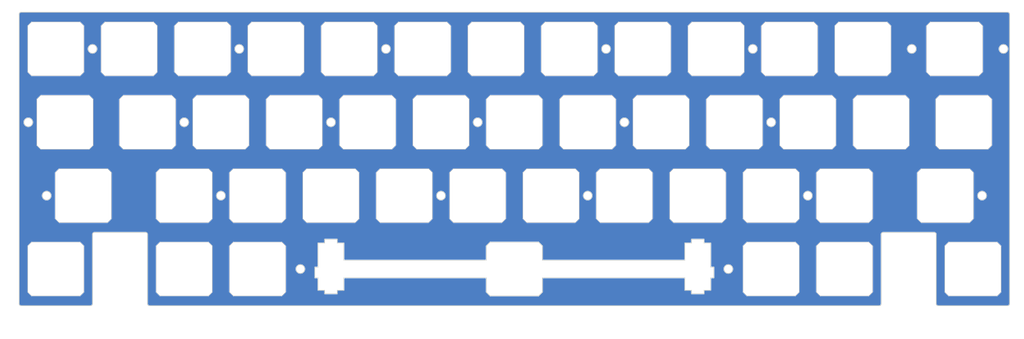
<source format=kicad_pcb>
(kicad_pcb (version 20221018) (generator pcbnew)
  (layers (0 "F.Cu" signal) (31 "B.Cu" signal) (34 "B.Paste" user) (35 "F.Paste" user) (36 "B.SilkS" user "B.Silkscreen") (37 "F.SilkS" user "F.Silkscreen") (38 "B.Mask" user) (39 "F.Mask" user) (44 "Edge.Cuts" user))
  (net 0 "")
  (net 1 "GND")
  (footprint "cipulot_parts:ecs_plate_cut_1U" (layer "F.Cu") (at 26.9875 91.28125)
    (fp_text reference "REF**")
    (fp_text value "Value " hide)
    (fp_line (start -7.3 -6) (end -7.3 6) (stroke (width 0.12)) (layer "Edge.Cuts"))
    (fp_line (start -7.3 6) (end -6.3 7) (stroke (width 0.12)) (layer "Edge.Cuts"))
    (fp_line (start -6.3 -7) (end -7.3 -6) (stroke (width 0.12)) (layer "Edge.Cuts"))
    (fp_line (start -6.3 7) (end 6.3 7) (stroke (width 0.12)) (layer "Edge.Cuts"))
    (fp_line (start 6.3 -7) (end -6.3 -7) (stroke (width 0.12)) (layer "Edge.Cuts"))
    (fp_line (start 6.3 -7) (end 7.3 -6) (stroke (width 0.12)) (layer "Edge.Cuts"))
    (fp_line (start 6.3 7) (end 7.3 6) (stroke (width 0.12)) (layer "Edge.Cuts"))
    (fp_line (start 7.3 6) (end 7.3 -6) (stroke (width 0.12)) (layer "Edge.Cuts"))
  )
  (footprint "cipulot_parts:ecs_plate_cut_1U" (layer "F.Cu") (at 136.525 72.23125)
    (fp_text reference "REF**")
    (fp_text value "Value " hide)
    (fp_line (start -7.3 -6) (end -7.3 6) (stroke (width 0.12)) (layer "Edge.Cuts"))
    (fp_line (start -7.3 6) (end -6.3 7) (stroke (width 0.12)) (layer "Edge.Cuts"))
    (fp_line (start -6.3 -7) (end -7.3 -6) (stroke (width 0.12)) (layer "Edge.Cuts"))
    (fp_line (start -6.3 7) (end 6.3 7) (stroke (width 0.12)) (layer "Edge.Cuts"))
    (fp_line (start 6.3 -7) (end -6.3 -7) (stroke (width 0.12)) (layer "Edge.Cuts"))
    (fp_line (start 6.3 -7) (end 7.3 -6) (stroke (width 0.12)) (layer "Edge.Cuts"))
    (fp_line (start 6.3 7) (end 7.3 6) (stroke (width 0.12)) (layer "Edge.Cuts"))
    (fp_line (start 7.3 6) (end 7.3 -6) (stroke (width 0.12)) (layer "Edge.Cuts"))
  )
  (footprint "cipulot_parts:ecs_plate_cut_1U" (layer "F.Cu") (at 262.73125 53.18125)
    (fp_text reference "REF**")
    (fp_text value "Value " hide)
    (fp_line (start -7.3 -6) (end -7.3 6) (stroke (width 0.12)) (layer "Edge.Cuts"))
    (fp_line (start -7.3 6) (end -6.3 7) (stroke (width 0.12)) (layer "Edge.Cuts"))
    (fp_line (start -6.3 -7) (end -7.3 -6) (stroke (width 0.12)) (layer "Edge.Cuts"))
    (fp_line (start -6.3 7) (end 6.3 7) (stroke (width 0.12)) (layer "Edge.Cuts"))
    (fp_line (start 6.3 -7) (end -6.3 -7) (stroke (width 0.12)) (layer "Edge.Cuts"))
    (fp_line (start 6.3 -7) (end 7.3 -6) (stroke (width 0.12)) (layer "Edge.Cuts"))
    (fp_line (start 6.3 7) (end 7.3 6) (stroke (width 0.12)) (layer "Edge.Cuts"))
    (fp_line (start 7.3 6) (end 7.3 -6) (stroke (width 0.12)) (layer "Edge.Cuts"))
  )
  (footprint "cipulot_parts:ecs_plate_cut_1U" (layer "F.Cu") (at 146.05 53.18125)
    (fp_text reference "REF**")
    (fp_text value "Value " hide)
    (fp_line (start -7.3 -6) (end -7.3 6) (stroke (width 0.12)) (layer "Edge.Cuts"))
    (fp_line (start -7.3 6) (end -6.3 7) (stroke (width 0.12)) (layer "Edge.Cuts"))
    (fp_line (start -6.3 -7) (end -7.3 -6) (stroke (width 0.12)) (layer "Edge.Cuts"))
    (fp_line (start -6.3 7) (end 6.3 7) (stroke (width 0.12)) (layer "Edge.Cuts"))
    (fp_line (start 6.3 -7) (end -6.3 -7) (stroke (width 0.12)) (layer "Edge.Cuts"))
    (fp_line (start 6.3 -7) (end 7.3 -6) (stroke (width 0.12)) (layer "Edge.Cuts"))
    (fp_line (start 6.3 7) (end 7.3 6) (stroke (width 0.12)) (layer "Edge.Cuts"))
    (fp_line (start 7.3 6) (end 7.3 -6) (stroke (width 0.12)) (layer "Edge.Cuts"))
  )
  (footprint "cipulot_parts:ecs_plate_cut_1U" (layer "F.Cu") (at 46.0375 34.13125)
    (fp_text reference "REF**")
    (fp_text value "Value " hide)
    (fp_line (start -7.3 -6) (end -7.3 6) (stroke (width 0.12)) (layer "Edge.Cuts"))
    (fp_line (start -7.3 6) (end -6.3 7) (stroke (width 0.12)) (layer "Edge.Cuts"))
    (fp_line (start -6.3 -7) (end -7.3 -6) (stroke (width 0.12)) (layer "Edge.Cuts"))
    (fp_line (start -6.3 7) (end 6.3 7) (stroke (width 0.12)) (layer "Edge.Cuts"))
    (fp_line (start 6.3 -7) (end -6.3 -7) (stroke (width 0.12)) (layer "Edge.Cuts"))
    (fp_line (start 6.3 -7) (end 7.3 -6) (stroke (width 0.12)) (layer "Edge.Cuts"))
    (fp_line (start 6.3 7) (end 7.3 6) (stroke (width 0.12)) (layer "Edge.Cuts"))
    (fp_line (start 7.3 6) (end 7.3 -6) (stroke (width 0.12)) (layer "Edge.Cuts"))
  )
  (footprint "cipulot_parts:ecs_plate_cut_1U" (layer "F.Cu") (at 231.775 91.28125)
    (fp_text reference "REF**")
    (fp_text value "Value " hide)
    (fp_line (start -7.3 -6) (end -7.3 6) (stroke (width 0.12)) (layer "Edge.Cuts"))
    (fp_line (start -7.3 6) (end -6.3 7) (stroke (width 0.12)) (layer "Edge.Cuts"))
    (fp_line (start -6.3 -7) (end -7.3 -6) (stroke (width 0.12)) (layer "Edge.Cuts"))
    (fp_line (start -6.3 7) (end 6.3 7) (stroke (width 0.12)) (layer "Edge.Cuts"))
    (fp_line (start 6.3 -7) (end -6.3 -7) (stroke (width 0.12)) (layer "Edge.Cuts"))
    (fp_line (start 6.3 -7) (end 7.3 -6) (stroke (width 0.12)) (layer "Edge.Cuts"))
    (fp_line (start 6.3 7) (end 7.3 6) (stroke (width 0.12)) (layer "Edge.Cuts"))
    (fp_line (start 7.3 6) (end 7.3 -6) (stroke (width 0.12)) (layer "Edge.Cuts"))
  )
  (footprint "cipulot_parts:ecs_plate_cut_1U" (layer "F.Cu") (at 79.375 72.23125)
    (fp_text reference "REF**")
    (fp_text value "Value " hide)
    (fp_line (start -7.3 -6) (end -7.3 6) (stroke (width 0.12)) (layer "Edge.Cuts"))
    (fp_line (start -7.3 6) (end -6.3 7) (stroke (width 0.12)) (layer "Edge.Cuts"))
    (fp_line (start -6.3 -7) (end -7.3 -6) (stroke (width 0.12)) (layer "Edge.Cuts"))
    (fp_line (start -6.3 7) (end 6.3 7) (stroke (width 0.12)) (layer "Edge.Cuts"))
    (fp_line (start 6.3 -7) (end -6.3 -7) (stroke (width 0.12)) (layer "Edge.Cuts"))
    (fp_line (start 6.3 -7) (end 7.3 -6) (stroke (width 0.12)) (layer "Edge.Cuts"))
    (fp_line (start 6.3 7) (end 7.3 6) (stroke (width 0.12)) (layer "Edge.Cuts"))
    (fp_line (start 7.3 6) (end 7.3 -6) (stroke (width 0.12)) (layer "Edge.Cuts"))
  )
  (footprint "cipulot_parts:ecs_plate_cut_1U" (layer "F.Cu") (at 88.9 53.18125)
    (fp_text reference "REF**")
    (fp_text value "Value " hide)
    (fp_line (start -7.3 -6) (end -7.3 6) (stroke (width 0.12)) (layer "Edge.Cuts"))
    (fp_line (start -7.3 6) (end -6.3 7) (stroke (width 0.12)) (layer "Edge.Cuts"))
    (fp_line (start -6.3 -7) (end -7.3 -6) (stroke (width 0.12)) (layer "Edge.Cuts"))
    (fp_line (start -6.3 7) (end 6.3 7) (stroke (width 0.12)) (layer "Edge.Cuts"))
    (fp_line (start 6.3 -7) (end -6.3 -7) (stroke (width 0.12)) (layer "Edge.Cuts"))
    (fp_line (start 6.3 -7) (end 7.3 -6) (stroke (width 0.12)) (layer "Edge.Cuts"))
    (fp_line (start 6.3 7) (end 7.3 6) (stroke (width 0.12)) (layer "Edge.Cuts"))
    (fp_line (start 7.3 6) (end 7.3 -6) (stroke (width 0.12)) (layer "Edge.Cuts"))
  )
  (footprint "cipulot_parts:ecs_plate_cut_1U" (layer "F.Cu") (at 260.35 34.13125)
    (fp_text reference "REF**")
    (fp_text value "Value " hide)
    (fp_line (start -7.3 -6) (end -7.3 6) (stroke (width 0.12)) (layer "Edge.Cuts"))
    (fp_line (start -7.3 6) (end -6.3 7) (stroke (width 0.12)) (layer "Edge.Cuts"))
    (fp_line (start -6.3 -7) (end -7.3 -6) (stroke (width 0.12)) (layer "Edge.Cuts"))
    (fp_line (start -6.3 7) (end 6.3 7) (stroke (width 0.12)) (layer "Edge.Cuts"))
    (fp_line (start 6.3 -7) (end -6.3 -7) (stroke (width 0.12)) (layer "Edge.Cuts"))
    (fp_line (start 6.3 -7) (end 7.3 -6) (stroke (width 0.12)) (layer "Edge.Cuts"))
    (fp_line (start 6.3 7) (end 7.3 6) (stroke (width 0.12)) (layer "Edge.Cuts"))
    (fp_line (start 7.3 6) (end 7.3 -6) (stroke (width 0.12)) (layer "Edge.Cuts"))
  )
  (footprint "cipulot_parts:ecs_plate_cut_1U" (layer "F.Cu") (at 127 53.18125)
    (fp_text reference "REF**")
    (fp_text value "Value " hide)
    (fp_line (start -7.3 -6) (end -7.3 6) (stroke (width 0.12)) (layer "Edge.Cuts"))
    (fp_line (start -7.3 6) (end -6.3 7) (stroke (width 0.12)) (layer "Edge.Cuts"))
    (fp_line (start -6.3 -7) (end -7.3 -6) (stroke (width 0.12)) (layer "Edge.Cuts"))
    (fp_line (start -6.3 7) (end 6.3 7) (stroke (width 0.12)) (layer "Edge.Cuts"))
    (fp_line (start 6.3 -7) (end -6.3 -7) (stroke (width 0.12)) (layer "Edge.Cuts"))
    (fp_line (start 6.3 -7) (end 7.3 -6) (stroke (width 0.12)) (layer "Edge.Cuts"))
    (fp_line (start 6.3 7) (end 7.3 6) (stroke (width 0.12)) (layer "Edge.Cuts"))
    (fp_line (start 7.3 6) (end 7.3 -6) (stroke (width 0.12)) (layer "Edge.Cuts"))
  )
  (footprint "cipulot_parts:ecs_plate_cut_1U" (layer "F.Cu") (at 198.4375 34.13125)
    (fp_text reference "REF**")
    (fp_text value "Value " hide)
    (fp_line (start -7.3 -6) (end -7.3 6) (stroke (width 0.12)) (layer "Edge.Cuts"))
    (fp_line (start -7.3 6) (end -6.3 7) (stroke (width 0.12)) (layer "Edge.Cuts"))
    (fp_line (start -6.3 -7) (end -7.3 -6) (stroke (width 0.12)) (layer "Edge.Cuts"))
    (fp_line (start -6.3 7) (end 6.3 7) (stroke (width 0.12)) (layer "Edge.Cuts"))
    (fp_line (start 6.3 -7) (end -6.3 -7) (stroke (width 0.12)) (layer "Edge.Cuts"))
    (fp_line (start 6.3 -7) (end 7.3 -6) (stroke (width 0.12)) (layer "Edge.Cuts"))
    (fp_line (start 6.3 7) (end 7.3 6) (stroke (width 0.12)) (layer "Edge.Cuts"))
    (fp_line (start 7.3 6) (end 7.3 -6) (stroke (width 0.12)) (layer "Edge.Cuts"))
  )
  (footprint "cipulot_parts:ecs_plate_cut_1U" (layer "F.Cu") (at 203.2 53.18125)
    (fp_text reference "REF**")
    (fp_text value "Value " hide)
    (fp_line (start -7.3 -6) (end -7.3 6) (stroke (width 0.12)) (layer "Edge.Cuts"))
    (fp_line (start -7.3 6) (end -6.3 7) (stroke (width 0.12)) (layer "Edge.Cuts"))
    (fp_line (start -6.3 -7) (end -7.3 -6) (stroke (width 0.12)) (layer "Edge.Cuts"))
    (fp_line (start -6.3 7) (end 6.3 7) (stroke (width 0.12)) (layer "Edge.Cuts"))
    (fp_line (start 6.3 -7) (end -6.3 -7) (stroke (width 0.12)) (layer "Edge.Cuts"))
    (fp_line (start 6.3 -7) (end 7.3 -6) (stroke (width 0.12)) (layer "Edge.Cuts"))
    (fp_line (start 6.3 7) (end 7.3 6) (stroke (width 0.12)) (layer "Edge.Cuts"))
    (fp_line (start 7.3 6) (end 7.3 -6) (stroke (width 0.12)) (layer "Edge.Cuts"))
  )
  (footprint "cipulot_parts:ecs_plate_cut_1U" (layer "F.Cu") (at 165.1 53.18125)
    (fp_text reference "REF**")
    (fp_text value "Value " hide)
    (fp_line (start -7.3 -6) (end -7.3 6) (stroke (width 0.12)) (layer "Edge.Cuts"))
    (fp_line (start -7.3 6) (end -6.3 7) (stroke (width 0.12)) (layer "Edge.Cuts"))
    (fp_line (start -6.3 -7) (end -7.3 -6) (stroke (width 0.12)) (layer "Edge.Cuts"))
    (fp_line (start -6.3 7) (end 6.3 7) (stroke (width 0.12)) (layer "Edge.Cuts"))
    (fp_line (start 6.3 -7) (end -6.3 -7) (stroke (width 0.12)) (layer "Edge.Cuts"))
    (fp_line (start 6.3 -7) (end 7.3 -6) (stroke (width 0.12)) (layer "Edge.Cuts"))
    (fp_line (start 6.3 7) (end 7.3 6) (stroke (width 0.12)) (layer "Edge.Cuts"))
    (fp_line (start 7.3 6) (end 7.3 -6) (stroke (width 0.12)) (layer "Edge.Cuts"))
  )
  (footprint "cipulot_parts:ecs_plate_cut_1U" (layer "F.Cu") (at 217.4875 34.13125)
    (fp_text reference "REF**")
    (fp_text value "Value " hide)
    (fp_line (start -7.3 -6) (end -7.3 6) (stroke (width 0.12)) (layer "Edge.Cuts"))
    (fp_line (start -7.3 6) (end -6.3 7) (stroke (width 0.12)) (layer "Edge.Cuts"))
    (fp_line (start -6.3 -7) (end -7.3 -6) (stroke (width 0.12)) (layer "Edge.Cuts"))
    (fp_line (start -6.3 7) (end 6.3 7) (stroke (width 0.12)) (layer "Edge.Cuts"))
    (fp_line (start 6.3 -7) (end -6.3 -7) (stroke (width 0.12)) (layer "Edge.Cuts"))
    (fp_line (start 6.3 -7) (end 7.3 -6) (stroke (width 0.12)) (layer "Edge.Cuts"))
    (fp_line (start 6.3 7) (end 7.3 6) (stroke (width 0.12)) (layer "Edge.Cuts"))
    (fp_line (start 7.3 6) (end 7.3 -6) (stroke (width 0.12)) (layer "Edge.Cuts"))
  )
  (footprint "cipulot_parts:ecs_plate_cut_1U" (layer "F.Cu") (at 117.475 72.23125)
    (fp_text reference "REF**")
    (fp_text value "Value " hide)
    (fp_line (start -7.3 -6) (end -7.3 6) (stroke (width 0.12)) (layer "Edge.Cuts"))
    (fp_line (start -7.3 6) (end -6.3 7) (stroke (width 0.12)) (layer "Edge.Cuts"))
    (fp_line (start -6.3 -7) (end -7.3 -6) (stroke (width 0.12)) (layer "Edge.Cuts"))
    (fp_line (start -6.3 7) (end 6.3 7) (stroke (width 0.12)) (layer "Edge.Cuts"))
    (fp_line (start 6.3 -7) (end -6.3 -7) (stroke (width 0.12)) (layer "Edge.Cuts"))
    (fp_line (start 6.3 -7) (end 7.3 -6) (stroke (width 0.12)) (layer "Edge.Cuts"))
    (fp_line (start 6.3 7) (end 7.3 6) (stroke (width 0.12)) (layer "Edge.Cuts"))
    (fp_line (start 7.3 6) (end 7.3 -6) (stroke (width 0.12)) (layer "Edge.Cuts"))
  )
  (footprint "cipulot_parts:ecs_plate_cut_1U" (layer "F.Cu") (at 84.137501 34.13125)
    (fp_text reference "REF**")
    (fp_text value "Value " hide)
    (fp_line (start -7.3 -6) (end -7.3 6) (stroke (width 0.12)) (layer "Edge.Cuts"))
    (fp_line (start -7.3 6) (end -6.3 7) (stroke (width 0.12)) (layer "Edge.Cuts"))
    (fp_line (start -6.3 -7) (end -7.3 -6) (stroke (width 0.12)) (layer "Edge.Cuts"))
    (fp_line (start -6.3 7) (end 6.3 7) (stroke (width 0.12)) (layer "Edge.Cuts"))
    (fp_line (start 6.3 -7) (end -6.3 -7) (stroke (width 0.12)) (layer "Edge.Cuts"))
    (fp_line (start 6.3 -7) (end 7.3 -6) (stroke (width 0.12)) (layer "Edge.Cuts"))
    (fp_line (start 6.3 7) (end 7.3 6) (stroke (width 0.12)) (layer "Edge.Cuts"))
    (fp_line (start 7.3 6) (end 7.3 -6) (stroke (width 0.12)) (layer "Edge.Cuts"))
  )
  (footprint "cipulot_parts:ecs_plate_cut_1U" (layer "F.Cu") (at 34.13125 72.23125)
    (fp_text reference "REF**")
    (fp_text value "Value " hide)
    (fp_line (start -7.3 -6) (end -7.3 6) (stroke (width 0.12)) (layer "Edge.Cuts"))
    (fp_line (start -7.3 6) (end -6.3 7) (stroke (width 0.12)) (layer "Edge.Cuts"))
    (fp_line (start -6.3 -7) (end -7.3 -6) (stroke (width 0.12)) (layer "Edge.Cuts"))
    (fp_line (start -6.3 7) (end 6.3 7) (stroke (width 0.12)) (layer "Edge.Cuts"))
    (fp_line (start 6.3 -7) (end -6.3 -7) (stroke (width 0.12)) (layer "Edge.Cuts"))
    (fp_line (start 6.3 -7) (end 7.3 -6) (stroke (width 0.12)) (layer "Edge.Cuts"))
    (fp_line (start 6.3 7) (end 7.3 6) (stroke (width 0.12)) (layer "Edge.Cuts"))
    (fp_line (start 7.3 6) (end 7.3 -6) (stroke (width 0.12)) (layer "Edge.Cuts"))
  )
  (footprint "cipulot_parts:ecs_plate_cut_1U" (layer "F.Cu") (at 155.575 72.23125)
    (fp_text reference "REF**")
    (fp_text value "Value " hide)
    (fp_line (start -7.3 -6) (end -7.3 6) (stroke (width 0.12)) (layer "Edge.Cuts"))
    (fp_line (start -7.3 6) (end -6.3 7) (stroke (width 0.12)) (layer "Edge.Cuts"))
    (fp_line (start -6.3 -7) (end -7.3 -6) (stroke (width 0.12)) (layer "Edge.Cuts"))
    (fp_line (start -6.3 7) (end 6.3 7) (stroke (width 0.12)) (layer "Edge.Cuts"))
    (fp_line (start 6.3 -7) (end -6.3 -7) (stroke (width 0.12)) (layer "Edge.Cuts"))
    (fp_line (start 6.3 -7) (end 7.3 -6) (stroke (width 0.12)) (layer "Edge.Cuts"))
    (fp_line (start 6.3 7) (end 7.3 6) (stroke (width 0.12)) (layer "Edge.Cuts"))
    (fp_line (start 7.3 6) (end 7.3 -6) (stroke (width 0.12)) (layer "Edge.Cuts"))
  )
  (footprint "cipulot_parts:ecs_plate_cut_1U" (layer "F.Cu") (at 60.325 72.23125)
    (fp_text reference "REF**")
    (fp_text value "Value " hide)
    (fp_line (start -7.3 -6) (end -7.3 6) (stroke (width 0.12)) (layer "Edge.Cuts"))
    (fp_line (start -7.3 6) (end -6.3 7) (stroke (width 0.12)) (layer "Edge.Cuts"))
    (fp_line (start -6.3 -7) (end -7.3 -6) (stroke (width 0.12)) (layer "Edge.Cuts"))
    (fp_line (start -6.3 7) (end 6.3 7) (stroke (width 0.12)) (layer "Edge.Cuts"))
    (fp_line (start 6.3 -7) (end -6.3 -7) (stroke (width 0.12)) (layer "Edge.Cuts"))
    (fp_line (start 6.3 -7) (end 7.3 -6) (stroke (width 0.12)) (layer "Edge.Cuts"))
    (fp_line (start 6.3 7) (end 7.3 6) (stroke (width 0.12)) (layer "Edge.Cuts"))
    (fp_line (start 7.3 6) (end 7.3 -6) (stroke (width 0.12)) (layer "Edge.Cuts"))
  )
  (footprint "cipulot_parts:ecs_plate_cut_1U" (layer "F.Cu") (at 50.8 53.18125)
    (fp_text reference "REF**")
    (fp_text value "Value " hide)
    (fp_line (start -7.3 -6) (end -7.3 6) (stroke (width 0.12)) (layer "Edge.Cuts"))
    (fp_line (start -7.3 6) (end -6.3 7) (stroke (width 0.12)) (layer "Edge.Cuts"))
    (fp_line (start -6.3 -7) (end -7.3 -6) (stroke (width 0.12)) (layer "Edge.Cuts"))
    (fp_line (start -6.3 7) (end 6.3 7) (stroke (width 0.12)) (layer "Edge.Cuts"))
    (fp_line (start 6.3 -7) (end -6.3 -7) (stroke (width 0.12)) (layer "Edge.Cuts"))
    (fp_line (start 6.3 -7) (end 7.3 -6) (stroke (width 0.12)) (layer "Edge.Cuts"))
    (fp_line (start 6.3 7) (end 7.3 6) (stroke (width 0.12)) (layer "Edge.Cuts"))
    (fp_line (start 7.3 6) (end 7.3 -6) (stroke (width 0.12)) (layer "Edge.Cuts"))
  )
  (footprint "cipulot_parts:ecs_plate_cut_1U" (layer "F.Cu") (at 107.95 53.18125)
    (fp_text reference "REF**")
    (fp_text value "Value " hide)
    (fp_line (start -7.3 -6) (end -7.3 6) (stroke (width 0.12)) (layer "Edge.Cuts"))
    (fp_line (start -7.3 6) (end -6.3 7) (stroke (width 0.12)) (layer "Edge.Cuts"))
    (fp_line (start -6.3 -7) (end -7.3 -6) (stroke (width 0.12)) (layer "Edge.Cuts"))
    (fp_line (start -6.3 7) (end 6.3 7) (stroke (width 0.12)) (layer "Edge.Cuts"))
    (fp_line (start 6.3 -7) (end -6.3 -7) (stroke (width 0.12)) (layer "Edge.Cuts"))
    (fp_line (start 6.3 -7) (end 7.3 -6) (stroke (width 0.12)) (layer "Edge.Cuts"))
    (fp_line (start 6.3 7) (end 7.3 6) (stroke (width 0.12)) (layer "Edge.Cuts"))
    (fp_line (start 7.3 6) (end 7.3 -6) (stroke (width 0.12)) (layer "Edge.Cuts"))
  )
  (footprint "cipulot_parts:ecs_plate_cut_1U" (layer "F.Cu") (at 65.0875 34.13125)
    (fp_text reference "REF**")
    (fp_text value "Value " hide)
    (fp_line (start -7.3 -6) (end -7.3 6) (stroke (width 0.12)) (layer "Edge.Cuts"))
    (fp_line (start -7.3 6) (end -6.3 7) (stroke (width 0.12)) (layer "Edge.Cuts"))
    (fp_line (start -6.3 -7) (end -7.3 -6) (stroke (width 0.12)) (layer "Edge.Cuts"))
    (fp_line (start -6.3 7) (end 6.3 7) (stroke (width 0.12)) (layer "Edge.Cuts"))
    (fp_line (start 6.3 -7) (end -6.3 -7) (stroke (width 0.12)) (layer "Edge.Cuts"))
    (fp_line (start 6.3 -7) (end 7.3 -6) (stroke (width 0.12)) (layer "Edge.Cuts"))
    (fp_line (start 6.3 7) (end 7.3 6) (stroke (width 0.12)) (layer "Edge.Cuts"))
    (fp_line (start 7.3 6) (end 7.3 -6) (stroke (width 0.12)) (layer "Edge.Cuts"))
  )
  (footprint "cipulot_parts:ecs_plate_cut_1U" (layer "F.Cu") (at 141.2875 34.13125)
    (fp_text reference "REF**")
    (fp_text value "Value " hide)
    (fp_line (start -7.3 -6) (end -7.3 6) (stroke (width 0.12)) (layer "Edge.Cuts"))
    (fp_line (start -7.3 6) (end -6.3 7) (stroke (width 0.12)) (layer "Edge.Cuts"))
    (fp_line (start -6.3 -7) (end -7.3 -6) (stroke (width 0.12)) (layer "Edge.Cuts"))
    (fp_line (start -6.3 7) (end 6.3 7) (stroke (width 0.12)) (layer "Edge.Cuts"))
    (fp_line (start 6.3 -7) (end -6.3 -7) (stroke (width 0.12)) (layer "Edge.Cuts"))
    (fp_line (start 6.3 -7) (end 7.3 -6) (stroke (width 0.12)) (layer "Edge.Cuts"))
    (fp_line (start 6.3 7) (end 7.3 6) (stroke (width 0.12)) (layer "Edge.Cuts"))
    (fp_line (start 7.3 6) (end 7.3 -6) (stroke (width 0.12)) (layer "Edge.Cuts"))
  )
  (footprint "cipulot_parts:ecs_plate_cut_1U" (layer "F.Cu") (at 29.36875 53.18125)
    (fp_text reference "REF**")
    (fp_text value "Value " hide)
    (fp_line (start -7.3 -6) (end -7.3 6) (stroke (width 0.12)) (layer "Edge.Cuts"))
    (fp_line (start -7.3 6) (end -6.3 7) (stroke (width 0.12)) (layer "Edge.Cuts"))
    (fp_line (start -6.3 -7) (end -7.3 -6) (stroke (width 0.12)) (layer "Edge.Cuts"))
    (fp_line (start -6.3 7) (end 6.3 7) (stroke (width 0.12)) (layer "Edge.Cuts"))
    (fp_line (start 6.3 -7) (end -6.3 -7) (stroke (width 0.12)) (layer "Edge.Cuts"))
    (fp_line (start 6.3 -7) (end 7.3 -6) (stroke (width 0.12)) (layer "Edge.Cuts"))
    (fp_line (start 6.3 7) (end 7.3 6) (stroke (width 0.12)) (layer "Edge.Cuts"))
    (fp_line (start 7.3 6) (end 7.3 -6) (stroke (width 0.12)) (layer "Edge.Cuts"))
  )
  (footprint "cipulot_parts:ecs_plate_cut_1U" (layer "F.Cu") (at 160.3375 34.13125)
    (fp_text reference "REF**")
    (fp_text value "Value " hide)
    (fp_line (start -7.3 -6) (end -7.3 6) (stroke (width 0.12)) (layer "Edge.Cuts"))
    (fp_line (start -7.3 6) (end -6.3 7) (stroke (width 0.12)) (layer "Edge.Cuts"))
    (fp_line (start -6.3 -7) (end -7.3 -6) (stroke (width 0.12)) (layer "Edge.Cuts"))
    (fp_line (start -6.3 7) (end 6.3 7) (stroke (width 0.12)) (layer "Edge.Cuts"))
    (fp_line (start 6.3 -7) (end -6.3 -7) (stroke (width 0.12)) (layer "Edge.Cuts"))
    (fp_line (start 6.3 -7) (end 7.3 -6) (stroke (width 0.12)) (layer "Edge.Cuts"))
    (fp_line (start 6.3 7) (end 7.3 6) (stroke (width 0.12)) (layer "Edge.Cuts"))
    (fp_line (start 7.3 6) (end 7.3 -6) (stroke (width 0.12)) (layer "Edge.Cuts"))
  )
  (footprint "cipulot_parts:ecs_plate_cut_1U" (layer "F.Cu") (at 79.375 91.28125)
    (fp_text reference "REF**")
    (fp_text value "Value " hide)
    (fp_line (start -7.3 -6) (end -7.3 6) (stroke (width 0.12)) (layer "Edge.Cuts"))
    (fp_line (start -7.3 6) (end -6.3 7) (stroke (width 0.12)) (layer "Edge.Cuts"))
    (fp_line (start -6.3 -7) (end -7.3 -6) (stroke (width 0.12)) (layer "Edge.Cuts"))
    (fp_line (start -6.3 7) (end 6.3 7) (stroke (width 0.12)) (layer "Edge.Cuts"))
    (fp_line (start 6.3 -7) (end -6.3 -7) (stroke (width 0.12)) (layer "Edge.Cuts"))
    (fp_line (start 6.3 -7) (end 7.3 -6) (stroke (width 0.12)) (layer "Edge.Cuts"))
    (fp_line (start 6.3 7) (end 7.3 6) (stroke (width 0.12)) (layer "Edge.Cuts"))
    (fp_line (start 7.3 6) (end 7.3 -6) (stroke (width 0.12)) (layer "Edge.Cuts"))
  )
  (footprint "cipulot_parts:ecs_plate_cut_1U" (layer "F.Cu") (at 122.2375 34.13125)
    (fp_text reference "REF**")
    (fp_text value "Value " hide)
    (fp_line (start -7.3 -6) (end -7.3 6) (stroke (width 0.12)) (layer "Edge.Cuts"))
    (fp_line (start -7.3 6) (end -6.3 7) (stroke (width 0.12)) (layer "Edge.Cuts"))
    (fp_line (start -6.3 -7) (end -7.3 -6) (stroke (width 0.12)) (layer "Edge.Cuts"))
    (fp_line (start -6.3 7) (end 6.3 7) (stroke (width 0.12)) (layer "Edge.Cuts"))
    (fp_line (start 6.3 -7) (end -6.3 -7) (stroke (width 0.12)) (layer "Edge.Cuts"))
    (fp_line (start 6.3 -7) (end 7.3 -6) (stroke (width 0.12)) (layer "Edge.Cuts"))
    (fp_line (start 6.3 7) (end 7.3 6) (stroke (width 0.12)) (layer "Edge.Cuts"))
    (fp_line (start 7.3 6) (end 7.3 -6) (stroke (width 0.12)) (layer "Edge.Cuts"))
  )
  (footprint "cipulot_parts:ecs_plate_cut_1U" (layer "F.Cu") (at 212.725 72.23125)
    (fp_text reference "REF**")
    (fp_text value "Value " hide)
    (fp_line (start -7.3 -6) (end -7.3 6) (stroke (width 0.12)) (layer "Edge.Cuts"))
    (fp_line (start -7.3 6) (end -6.3 7) (stroke (width 0.12)) (layer "Edge.Cuts"))
    (fp_line (start -6.3 -7) (end -7.3 -6) (stroke (width 0.12)) (layer "Edge.Cuts"))
    (fp_line (start -6.3 7) (end 6.3 7) (stroke (width 0.12)) (layer "Edge.Cuts"))
    (fp_line (start 6.3 -7) (end -6.3 -7) (stroke (width 0.12)) (layer "Edge.Cuts"))
    (fp_line (start 6.3 -7) (end 7.3 -6) (stroke (width 0.12)) (layer "Edge.Cuts"))
    (fp_line (start 6.3 7) (end 7.3 6) (stroke (width 0.12)) (layer "Edge.Cuts"))
    (fp_line (start 7.3 6) (end 7.3 -6) (stroke (width 0.12)) (layer "Edge.Cuts"))
  )
  (footprint "cipulot_parts:ecs_plate_cut_1U" (layer "F.Cu") (at 257.96875 72.23125)
    (fp_text reference "REF**")
    (fp_text value "Value " hide)
    (fp_line (start -7.3 -6) (end -7.3 6) (stroke (width 0.12)) (layer "Edge.Cuts"))
    (fp_line (start -7.3 6) (end -6.3 7) (stroke (width 0.12)) (layer "Edge.Cuts"))
    (fp_line (start -6.3 -7) (end -7.3 -6) (stroke (width 0.12)) (layer "Edge.Cuts"))
    (fp_line (start -6.3 7) (end 6.3 7) (stroke (width 0.12)) (layer "Edge.Cuts"))
    (fp_line (start 6.3 -7) (end -6.3 -7) (stroke (width 0.12)) (layer "Edge.Cuts"))
    (fp_line (start 6.3 -7) (end 7.3 -6) (stroke (width 0.12)) (layer "Edge.Cuts"))
    (fp_line (start 6.3 7) (end 7.3 6) (stroke (width 0.12)) (layer "Edge.Cuts"))
    (fp_line (start 7.3 6) (end 7.3 -6) (stroke (width 0.12)) (layer "Edge.Cuts"))
  )
  (footprint "cipulot_parts:ecs_plate_cut_1U" (layer "F.Cu") (at 69.85 53.18125)
    (fp_text reference "REF**")
    (fp_text value "Value " hide)
    (fp_line (start -7.3 -6) (end -7.3 6) (stroke (width 0.12)) (layer "Edge.Cuts"))
    (fp_line (start -7.3 6) (end -6.3 7) (stroke (width 0.12)) (layer "Edge.Cuts"))
    (fp_line (start -6.3 -7) (end -7.3 -6) (stroke (width 0.12)) (layer "Edge.Cuts"))
    (fp_line (start -6.3 7) (end 6.3 7) (stroke (width 0.12)) (layer "Edge.Cuts"))
    (fp_line (start 6.3 -7) (end -6.3 -7) (stroke (width 0.12)) (layer "Edge.Cuts"))
    (fp_line (start 6.3 -7) (end 7.3 -6) (stroke (width 0.12)) (layer "Edge.Cuts"))
    (fp_line (start 6.3 7) (end 7.3 6) (stroke (width 0.12)) (layer "Edge.Cuts"))
    (fp_line (start 7.3 6) (end 7.3 -6) (stroke (width 0.12)) (layer "Edge.Cuts"))
  )
  (footprint "cipulot_parts:ecs_plate_cut_1U" (layer "F.Cu") (at 212.725 91.28125)
    (fp_text reference "REF**")
    (fp_text value "Value " hide)
    (fp_line (start -7.3 -6) (end -7.3 6) (stroke (width 0.12)) (layer "Edge.Cuts"))
    (fp_line (start -7.3 6) (end -6.3 7) (stroke (width 0.12)) (layer "Edge.Cuts"))
    (fp_line (start -6.3 -7) (end -7.3 -6) (stroke (width 0.12)) (layer "Edge.Cuts"))
    (fp_line (start -6.3 7) (end 6.3 7) (stroke (width 0.12)) (layer "Edge.Cuts"))
    (fp_line (start 6.3 -7) (end -6.3 -7) (stroke (width 0.12)) (layer "Edge.Cuts"))
    (fp_line (start 6.3 -7) (end 7.3 -6) (stroke (width 0.12)) (layer "Edge.Cuts"))
    (fp_line (start 6.3 7) (end 7.3 6) (stroke (width 0.12)) (layer "Edge.Cuts"))
    (fp_line (start 7.3 6) (end 7.3 -6) (stroke (width 0.12)) (layer "Edge.Cuts"))
  )
  (footprint "cipulot_parts:ecs_plate_cut_1U" (layer "F.Cu") (at 231.775 72.23125)
    (fp_text reference "REF**")
    (fp_text value "Value " hide)
    (fp_line (start -7.3 -6) (end -7.3 6) (stroke (width 0.12)) (layer "Edge.Cuts"))
    (fp_line (start -7.3 6) (end -6.3 7) (stroke (width 0.12)) (layer "Edge.Cuts"))
    (fp_line (start -6.3 -7) (end -7.3 -6) (stroke (width 0.12)) (layer "Edge.Cuts"))
    (fp_line (start -6.3 7) (end 6.3 7) (stroke (width 0.12)) (layer "Edge.Cuts"))
    (fp_line (start 6.3 -7) (end -6.3 -7) (stroke (width 0.12)) (layer "Edge.Cuts"))
    (fp_line (start 6.3 -7) (end 7.3 -6) (stroke (width 0.12)) (layer "Edge.Cuts"))
    (fp_line (start 6.3 7) (end 7.3 6) (stroke (width 0.12)) (layer "Edge.Cuts"))
    (fp_line (start 7.3 6) (end 7.3 -6) (stroke (width 0.12)) (layer "Edge.Cuts"))
  )
  (footprint "cipulot_parts:ecs_plate_cut_1U" (layer "F.Cu") (at 174.625 72.23125)
    (fp_text reference "REF**")
    (fp_text value "Value " hide)
    (fp_line (start -7.3 -6) (end -7.3 6) (stroke (width 0.12)) (layer "Edge.Cuts"))
    (fp_line (start -7.3 6) (end -6.3 7) (stroke (width 0.12)) (layer "Edge.Cuts"))
    (fp_line (start -6.3 -7) (end -7.3 -6) (stroke (width 0.12)) (layer "Edge.Cuts"))
    (fp_line (start -6.3 7) (end 6.3 7) (stroke (width 0.12)) (layer "Edge.Cuts"))
    (fp_line (start 6.3 -7) (end -6.3 -7) (stroke (width 0.12)) (layer "Edge.Cuts"))
    (fp_line (start 6.3 -7) (end 7.3 -6) (stroke (width 0.12)) (layer "Edge.Cuts"))
    (fp_line (start 6.3 7) (end 7.3 6) (stroke (width 0.12)) (layer "Edge.Cuts"))
    (fp_line (start 7.3 6) (end 7.3 -6) (stroke (width 0.12)) (layer "Edge.Cuts"))
  )
  (footprint "cipulot_parts:ecs_plate_cut_1U" (layer "F.Cu") (at 98.425 72.23125)
    (fp_text reference "REF**")
    (fp_text value "Value " hide)
    (fp_line (start -7.3 -6) (end -7.3 6) (stroke (width 0.12)) (layer "Edge.Cuts"))
    (fp_line (start -7.3 6) (end -6.3 7) (stroke (width 0.12)) (layer "Edge.Cuts"))
    (fp_line (start -6.3 -7) (end -7.3 -6) (stroke (width 0.12)) (layer "Edge.Cuts"))
    (fp_line (start -6.3 7) (end 6.3 7) (stroke (width 0.12)) (layer "Edge.Cuts"))
    (fp_line (start 6.3 -7) (end -6.3 -7) (stroke (width 0.12)) (layer "Edge.Cuts"))
    (fp_line (start 6.3 -7) (end 7.3 -6) (stroke (width 0.12)) (layer "Edge.Cuts"))
    (fp_line (start 6.3 7) (end 7.3 6) (stroke (width 0.12)) (layer "Edge.Cuts"))
    (fp_line (start 7.3 6) (end 7.3 -6) (stroke (width 0.12)) (layer "Edge.Cuts"))
  )
  (footprint "cipulot_parts:ecs_plate_cut_1U" (layer "F.Cu") (at 222.25 53.18125)
    (fp_text reference "REF**")
    (fp_text value "Value " hide)
    (fp_line (start -7.3 -6) (end -7.3 6) (stroke (width 0.12)) (layer "Edge.Cuts"))
    (fp_line (start -7.3 6) (end -6.3 7) (stroke (width 0.12)) (layer "Edge.Cuts"))
    (fp_line (start -6.3 -7) (end -7.3 -6) (stroke (width 0.12)) (layer "Edge.Cuts"))
    (fp_line (start -6.3 7) (end 6.3 7) (stroke (width 0.12)) (layer "Edge.Cuts"))
    (fp_line (start 6.3 -7) (end -6.3 -7) (stroke (width 0.12)) (layer "Edge.Cuts"))
    (fp_line (start 6.3 -7) (end 7.3 -6) (stroke (width 0.12)) (layer "Edge.Cuts"))
    (fp_line (start 6.3 7) (end 7.3 6) (stroke (width 0.12)) (layer "Edge.Cuts"))
    (fp_line (start 7.3 6) (end 7.3 -6) (stroke (width 0.12)) (layer "Edge.Cuts"))
  )
  (footprint "cipulot_parts:ecs_plate_cut_1U" (layer "F.Cu") (at 236.5375 34.13125)
    (fp_text reference "REF**")
    (fp_text value "Value " hide)
    (fp_line (start -7.3 -6) (end -7.3 6) (stroke (width 0.12)) (layer "Edge.Cuts"))
    (fp_line (start -7.3 6) (end -6.3 7) (stroke (width 0.12)) (layer "Edge.Cuts"))
    (fp_line (start -6.3 -7) (end -7.3 -6) (stroke (width 0.12)) (layer "Edge.Cuts"))
    (fp_line (start -6.3 7) (end 6.3 7) (stroke (width 0.12)) (layer "Edge.Cuts"))
    (fp_line (start 6.3 -7) (end -6.3 -7) (stroke (width 0.12)) (layer "Edge.Cuts"))
    (fp_line (start 6.3 -7) (end 7.3 -6) (stroke (width 0.12)) (layer "Edge.Cuts"))
    (fp_line (start 6.3 7) (end 7.3 6) (stroke (width 0.12)) (layer "Edge.Cuts"))
    (fp_line (start 7.3 6) (end 7.3 -6) (stroke (width 0.12)) (layer "Edge.Cuts"))
  )
  (footprint "cipulot_parts:ecs_plate_cut_1U" (layer "F.Cu") (at 193.675 72.23125)
    (fp_text reference "REF**")
    (fp_text value "Value " hide)
    (fp_line (start -7.3 -6) (end -7.3 6) (stroke (width 0.12)) (layer "Edge.Cuts"))
    (fp_line (start -7.3 6) (end -6.3 7) (stroke (width 0.12)) (layer "Edge.Cuts"))
    (fp_line (start -6.3 -7) (end -7.3 -6) (stroke (width 0.12)) (layer "Edge.Cuts"))
    (fp_line (start -6.3 7) (end 6.3 7) (stroke (width 0.12)) (layer "Edge.Cuts"))
    (fp_line (start 6.3 -7) (end -6.3 -7) (stroke (width 0.12)) (layer "Edge.Cuts"))
    (fp_line (start 6.3 -7) (end 7.3 -6) (stroke (width 0.12)) (layer "Edge.Cuts"))
    (fp_line (start 6.3 7) (end 7.3 6) (stroke (width 0.12)) (layer "Edge.Cuts"))
    (fp_line (start 7.3 6) (end 7.3 -6) (stroke (width 0.12)) (layer "Edge.Cuts"))
  )
  (footprint "cipulot_parts:ecs_plate_cut_1U" (layer "F.Cu") (at 103.1875 34.13125)
    (fp_text reference "REF**")
    (fp_text value "Value " hide)
    (fp_line (start -7.3 -6) (end -7.3 6) (stroke (width 0.12)) (layer "Edge.Cuts"))
    (fp_line (start -7.3 6) (end -6.3 7) (stroke (width 0.12)) (layer "Edge.Cuts"))
    (fp_line (start -6.3 -7) (end -7.3 -6) (stroke (width 0.12)) (layer "Edge.Cuts"))
    (fp_line (start -6.3 7) (end 6.3 7) (stroke (width 0.12)) (layer "Edge.Cuts"))
    (fp_line (start 6.3 -7) (end -6.3 -7) (stroke (width 0.12)) (layer "Edge.Cuts"))
    (fp_line (start 6.3 -7) (end 7.3 -6) (stroke (width 0.12)) (layer "Edge.Cuts"))
    (fp_line (start 6.3 7) (end 7.3 6) (stroke (width 0.12)) (layer "Edge.Cuts"))
    (fp_line (start 7.3 6) (end 7.3 -6) (stroke (width 0.12)) (layer "Edge.Cuts"))
  )
  (footprint "cipulot_parts:ecs_plate_cut_1U" (layer "F.Cu") (at 184.15 53.18125)
    (fp_text reference "REF**")
    (fp_text value "Value " hide)
    (fp_line (start -7.3 -6) (end -7.3 6) (stroke (width 0.12)) (layer "Edge.Cuts"))
    (fp_line (start -7.3 6) (end -6.3 7) (stroke (width 0.12)) (layer "Edge.Cuts"))
    (fp_line (start -6.3 -7) (end -7.3 -6) (stroke (width 0.12)) (layer "Edge.Cuts"))
    (fp_line (start -6.3 7) (end 6.3 7) (stroke (width 0.12)) (layer "Edge.Cuts"))
    (fp_line (start 6.3 -7) (end -6.3 -7) (stroke (width 0.12)) (layer "Edge.Cuts"))
    (fp_line (start 6.3 -7) (end 7.3 -6) (stroke (width 0.12)) (layer "Edge.Cuts"))
    (fp_line (start 6.3 7) (end 7.3 6) (stroke (width 0.12)) (layer "Edge.Cuts"))
    (fp_line (start 7.3 6) (end 7.3 -6) (stroke (width 0.12)) (layer "Edge.Cuts"))
  )
  (footprint "cipulot_parts:ecs_plate_cut_1U" (layer "F.Cu") (at 179.3875 34.13125)
    (fp_text reference "REF**")
    (fp_text value "Value " hide)
    (fp_line (start -7.3 -6) (end -7.3 6) (stroke (width 0.12)) (layer "Edge.Cuts"))
    (fp_line (start -7.3 6) (end -6.3 7) (stroke (width 0.12)) (layer "Edge.Cuts"))
    (fp_line (start -6.3 -7) (end -7.3 -6) (stroke (width 0.12)) (layer "Edge.Cuts"))
    (fp_line (start -6.3 7) (end 6.3 7) (stroke (width 0.12)) (layer "Edge.Cuts"))
    (fp_line (start 6.3 -7) (end -6.3 -7) (stroke (width 0.12)) (layer "Edge.Cuts"))
    (fp_line (start 6.3 -7) (end 7.3 -6) (stroke (width 0.12)) (layer "Edge.Cuts"))
    (fp_line (start 6.3 7) (end 7.3 6) (stroke (width 0.12)) (layer "Edge.Cuts"))
    (fp_line (start 7.3 6) (end 7.3 -6) (stroke (width 0.12)) (layer "Edge.Cuts"))
  )
  (footprint "cipulot_parts:ecs_plate_cut_1U" (layer "F.Cu") (at 265.1125 91.28125)
    (fp_text reference "REF**")
    (fp_text value "Value " hide)
    (fp_line (start -7.3 -6) (end -7.3 6) (stroke (width 0.12)) (layer "Edge.Cuts"))
    (fp_line (start -7.3 6) (end -6.3 7) (stroke (width 0.12)) (layer "Edge.Cuts"))
    (fp_line (start -6.3 -7) (end -7.3 -6) (stroke (width 0.12)) (layer "Edge.Cuts"))
    (fp_line (start -6.3 7) (end 6.3 7) (stroke (width 0.12)) (layer "Edge.Cuts"))
    (fp_line (start 6.3 -7) (end -6.3 -7) (stroke (width 0.12)) (layer "Edge.Cuts"))
    (fp_line (start 6.3 -7) (end 7.3 -6) (stroke (width 0.12)) (layer "Edge.Cuts"))
    (fp_line (start 6.3 7) (end 7.3 6) (stroke (width 0.12)) (layer "Edge.Cuts"))
    (fp_line (start 7.3 6) (end 7.3 -6) (stroke (width 0.12)) (layer "Edge.Cuts"))
  )
  (footprint "cipulot_parts:ecs_plate_cut_1U" (layer "F.Cu") (at 241.3 53.18125)
    (fp_text reference "REF**")
    (fp_text value "Value " hide)
    (fp_line (start -7.3 -6) (end -7.3 6) (stroke (width 0.12)) (layer "Edge.Cuts"))
    (fp_line (start -7.3 6) (end -6.3 7) (stroke (width 0.12)) (layer "Edge.Cuts"))
    (fp_line (start -6.3 -7) (end -7.3 -6) (stroke (width 0.12)) (layer "Edge.Cuts"))
    (fp_line (start -6.3 7) (end 6.3 7) (stroke (width 0.12)) (layer "Edge.Cuts"))
    (fp_line (start 6.3 -7) (end -6.3 -7) (stroke (width 0.12)) (layer "Edge.Cuts"))
    (fp_line (start 6.3 -7) (end 7.3 -6) (stroke (width 0.12)) (layer "Edge.Cuts"))
    (fp_line (start 6.3 7) (end 7.3 6) (stroke (width 0.12)) (layer "Edge.Cuts"))
    (fp_line (start 7.3 6) (end 7.3 -6) (stroke (width 0.12)) (layer "Edge.Cuts"))
  )
  (footprint "cipulot_parts:ecs_plate_cut_1U" (layer "F.Cu") (at 60.325 91.28125)
    (fp_text reference "REF**")
    (fp_text value "Value " hide)
    (fp_line (start -7.3 -6) (end -7.3 6) (stroke (width 0.12)) (layer "Edge.Cuts"))
    (fp_line (start -7.3 6) (end -6.3 7) (stroke (width 0.12)) (layer "Edge.Cuts"))
    (fp_line (start -6.3 -7) (end -7.3 -6) (stroke (width 0.12)) (layer "Edge.Cuts"))
    (fp_line (start -6.3 7) (end 6.3 7) (stroke (width 0.12)) (layer "Edge.Cuts"))
    (fp_line (start 6.3 -7) (end -6.3 -7) (stroke (width 0.12)) (layer "Edge.Cuts"))
    (fp_line (start 6.3 -7) (end 7.3 -6) (stroke (width 0.12)) (layer "Edge.Cuts"))
    (fp_line (start 6.3 7) (end 7.3 6) (stroke (width 0.12)) (layer "Edge.Cuts"))
    (fp_line (start 7.3 6) (end 7.3 -6) (stroke (width 0.12)) (layer "Edge.Cuts"))
  )
  (footprint "cipulot_parts:ecs_plate_cut_1U" (layer "F.Cu") (at 26.9875 34.13125)
    (fp_text reference "REF**")
    (fp_text value "Value " hide)
    (fp_line (start -7.3 -6) (end -7.3 6) (stroke (width 0.12)) (layer "Edge.Cuts"))
    (fp_line (start -7.3 6) (end -6.3 7) (stroke (width 0.12)) (layer "Edge.Cuts"))
    (fp_line (start -6.3 -7) (end -7.3 -6) (stroke (width 0.12)) (layer "Edge.Cuts"))
    (fp_line (start -6.3 7) (end 6.3 7) (stroke (width 0.12)) (layer "Edge.Cuts"))
    (fp_line (start 6.3 -7) (end -6.3 -7) (stroke (width 0.12)) (layer "Edge.Cuts"))
    (fp_line (start 6.3 -7) (end 7.3 -6) (stroke (width 0.12)) (layer "Edge.Cuts"))
    (fp_line (start 6.3 7) (end 7.3 6) (stroke (width 0.12)) (layer "Edge.Cuts"))
    (fp_line (start 7.3 6) (end 7.3 -6) (stroke (width 0.12)) (layer "Edge.Cuts"))
  )
  (gr_circle (center 24.60625 72.23125) (end 25.75625 72.23125) (stroke (width 0.2)) (fill none) (layer "Edge.Cuts"))
  (gr_arc (start 50.3 81.75625) (mid 50.653553 81.902697) (end 50.8 82.25625) (stroke (width 0.2)) (layer "Edge.Cuts"))
  (gr_circle (center 249.2375 34.13125) (end 250.3875 34.13125) (stroke (width 0.2)) (fill none) (layer "Edge.Cuts"))
  (gr_circle (center 169.8625 34.13125) (end 171.0125 34.13125) (stroke (width 0.2)) (fill none) (layer "Edge.Cuts"))
  (gr_arc (start 241.3 100.30625) (mid 241.153553 100.659803) (end 240.8 100.80625) (stroke (width 0.2)) (layer "Edge.Cuts"))
  (gr_arc (start 241.3 82.25625) (mid 241.446447 81.902697) (end 241.8 81.75625) (stroke (width 0.2)) (layer "Edge.Cuts"))
  (gr_line (start 17.4625 100.30625) (end 17.4625 25.10625) (stroke (width 0.2)) (layer "Edge.Cuts"))
  (gr_line (start 192.02475 96.81225) (end 192.02475 97.73225) (stroke (width 0.2)) (layer "Edge.Cuts"))
  (gr_line (start 197.05045 90.78225) (end 197.05045 84.51125) (stroke (width 0.2)) (layer "Edge.Cuts"))
  (gr_line (start 95.05085 93.58225) (end 95.05085 96.81225) (stroke (width 0.2)) (layer "Edge.Cuts"))
  (gr_line (start 197.05045 96.81225) (end 197.05045 93.58225) (stroke (width 0.2)) (layer "Edge.Cuts"))
  (gr_line (start 139.75 98.28125) (end 152.35 98.28125) (stroke (width 0.2)) (layer "Edge.Cuts"))
  (gr_line (start 50.3 81.75625) (end 37.0125 81.75625) (stroke (width 0.2)) (layer "Edge.Cuts"))
  (gr_line (start 241.3 82.25625) (end 241.3 100.30625) (stroke (width 0.2)) (layer "Edge.Cuts"))
  (gr_line (start 96.77485 97.73225) (end 100.07515 97.73225) (stroke (width 0.2)) (layer "Edge.Cuts"))
  (gr_line (start 152.35 98.28125) (end 153.35 97.28125) (stroke (width 0.2)) (layer "Edge.Cuts"))
  (gr_line (start 101.80055 96.81225) (end 101.80055 93.58225) (stroke (width 0.2)) (layer "Edge.Cuts"))
  (gr_line (start 96.77485 83.53225) (end 96.77485 84.51125) (stroke (width 0.2)) (layer "Edge.Cuts"))
  (gr_arc (start 17.9625 100.80625) (mid 17.608947 100.659803) (end 17.4625 100.30625) (stroke (width 0.2)) (layer "Edge.Cuts"))
  (gr_circle (center 60.325 53.18125) (end 61.475 53.18125) (stroke (width 0.2)) (fill none) (layer "Edge.Cuts"))
  (gr_line (start 195.32515 83.53225) (end 192.02475 83.53225) (stroke (width 0.2)) (layer "Edge.Cuts"))
  (gr_arc (start 274.6375 100.30625) (mid 274.491053 100.659803) (end 274.1375 100.80625) (stroke (width 0.2)) (layer "Edge.Cuts"))
  (gr_line (start 96.77485 84.51125) (end 95.05085 84.51125) (stroke (width 0.2)) (layer "Edge.Cuts"))
  (gr_circle (center 207.9625 34.13125) (end 209.1125 34.13125) (stroke (width 0.2)) (fill none) (layer "Edge.Cuts"))
  (gr_arc (start 274.1375 24.60625) (mid 274.491053 24.752697) (end 274.6375 25.10625) (stroke (width 0.2)) (layer "Edge.Cuts"))
  (gr_circle (center 36.5125 34.13125) (end 37.6625 34.13125) (stroke (width 0.2)) (fill none) (layer "Edge.Cuts"))
  (gr_circle (center 212.725 53.18125) (end 213.875 53.18125) (stroke (width 0.2)) (fill none) (layer "Edge.Cuts"))
  (gr_circle (center 127 72.23125) (end 128.15 72.23125) (stroke (width 0.2)) (fill none) (layer "Edge.Cuts"))
  (gr_arc (start 255.0875 81.75625) (mid 255.441053 81.902697) (end 255.5875 82.25625) (stroke (width 0.2)) (layer "Edge.Cuts"))
  (gr_line (start 190.30085 84.51125) (end 190.30085 88.98225) (stroke (width 0.2)) (layer "Edge.Cuts"))
  (gr_line (start 138.748351 88.98175) (end 101.80055 88.98225) (stroke (width 0.2)) (layer "Edge.Cuts"))
  (gr_circle (center 90.4875 91.28125) (end 91.6375 91.28125) (stroke (width 0.2)) (fill none) (layer "Edge.Cuts"))
  (gr_circle (center 165.1 72.23125) (end 166.25 72.23125) (stroke (width 0.2)) (fill none) (layer "Edge.Cuts"))
  (gr_line (start 100.07515 97.73225) (end 100.07515 96.81225) (stroke (width 0.2)) (layer "Edge.Cuts"))
  (gr_line (start 96.77485 96.81225) (end 96.77485 97.73225) (stroke (width 0.2)) (layer "Edge.Cuts"))
  (gr_line (start 240.8 100.80625) (end 51.3 100.80625) (stroke (width 0.2)) (layer "Edge.Cuts"))
  (gr_line (start 274.1375 100.80625) (end 256.0875 100.80625) (stroke (width 0.2)) (layer "Edge.Cuts"))
  (gr_arc (start 51.3 100.80625) (mid 50.946447 100.659803) (end 50.8 100.30625) (stroke (width 0.2)) (layer "Edge.Cuts"))
  (gr_line (start 152.35 84.28125) (end 153.35 85.28125) (stroke (width 0.2)) (layer "Edge.Cuts"))
  (gr_line (start 255.0875 81.75625) (end 241.8 81.75625) (stroke (width 0.2)) (layer "Edge.Cuts"))
  (gr_line (start 36.0125 100.80625) (end 17.9625 100.80625) (stroke (width 0.2)) (layer "Edge.Cuts"))
  (gr_line (start 197.05045 84.51125) (end 195.32515 84.51125) (stroke (width 0.2)) (layer "Edge.Cuts"))
  (gr_circle (center 222.25 72.23125) (end 223.4 72.23125) (stroke (width 0.2)) (fill none) (layer "Edge.Cuts"))
  (gr_line (start 101.80055 93.58225) (end 138.751649 93.58162) (stroke (width 0.2)) (layer "Edge.Cuts"))
  (gr_line (start 50.8 100.30625) (end 50.8 82.25625) (stroke (width 0.2)) (layer "Edge.Cuts"))
  (gr_line (start 95.05085 90.78225) (end 94.22535 90.78225) (stroke (width 0.2)) (layer "Edge.Cuts"))
  (gr_line (start 100.07515 96.81225) (end 101.80055 96.81225) (stroke (width 0.2)) (layer "Edge.Cuts"))
  (gr_line (start 197.05045 93.58225) (end 197.87585 93.58225) (stroke (width 0.2)) (layer "Edge.Cuts"))
  (gr_line (start 95.05085 96.81225) (end 96.77485 96.81225) (stroke (width 0.2)) (layer "Edge.Cuts"))
  (gr_line (start 195.32515 97.73225) (end 195.32515 96.81225) (stroke (width 0.2)) (layer "Edge.Cuts"))
  (gr_line (start 94.22535 90.78225) (end 94.22535 93.58225) (stroke (width 0.2)) (layer "Edge.Cuts"))
  (gr_circle (center 69.85 72.23125) (end 71 72.23125) (stroke (width 0.2)) (fill none) (layer "Edge.Cuts"))
  (gr_line (start 138.751649 93.58162) (end 138.75 97.28125) (stroke (width 0.2)) (layer "Edge.Cuts"))
  (gr_line (start 190.30085 88.98225) (end 153.348351 88.98175) (stroke (width 0.2)) (layer "Edge.Cuts"))
  (gr_line (start 100.07515 84.51125) (end 100.07515 83.53225) (stroke (width 0.2)) (layer "Edge.Cuts"))
  (gr_line (start 138.75 97.28125) (end 139.75 98.28125) (stroke (width 0.2)) (layer "Edge.Cuts"))
  (gr_line (start 255.5875 100.30625) (end 255.5875 82.25625) (stroke (width 0.2)) (layer "Edge.Cuts"))
  (gr_circle (center 74.6125 34.13125) (end 75.7625 34.13125) (stroke (width 0.2)) (fill none) (layer "Edge.Cuts"))
  (gr_circle (center 201.6125 91.28125) (end 202.7625 91.28125) (stroke (width 0.2)) (fill none) (layer "Edge.Cuts"))
  (gr_circle (center 98.425 53.18125) (end 99.575 53.18125) (stroke (width 0.2)) (fill none) (layer "Edge.Cuts"))
  (gr_arc (start 256.0875 100.80625) (mid 255.733947 100.659803) (end 255.5875 100.30625) (stroke (width 0.2)) (layer "Edge.Cuts"))
  (gr_line (start 36.5125 82.25625) (end 36.5125 100.30625) (stroke (width 0.2)) (layer "Edge.Cuts"))
  (gr_circle (center 267.49375 72.23125) (end 268.64375 72.23125) (stroke (width 0.2)) (fill none) (layer "Edge.Cuts"))
  (gr_circle (center 273.05 34.13125) (end 274.2 34.13125) (stroke (width 0.2)) (fill none) (layer "Edge.Cuts"))
  (gr_line (start 17.9625 24.60625) (end 274.1375 24.60625) (stroke (width 0.2)) (layer "Edge.Cuts"))
  (gr_line (start 192.02475 97.73225) (end 195.32515 97.73225) (stroke (width 0.2)) (layer "Edge.Cuts"))
  (gr_line (start 192.02475 83.53225) (end 192.02475 84.51125) (stroke (width 0.2)) (layer "Edge.Cuts"))
  (gr_circle (center 112.7125 34.13125) (end 113.8625 34.13125) (stroke (width 0.2)) (fill none) (layer "Edge.Cuts"))
  (gr_line (start 139.75 84.28125) (end 138.75 85.28125) (stroke (width 0.2)) (layer "Edge.Cuts"))
  (gr_line (start 153.35 85.28125) (end 153.348351 88.98175) (stroke (width 0.2)) (layer "Edge.Cuts"))
  (gr_line (start 101.80055 84.51125) (end 100.07515 84.51125) (stroke (width 0.2)) (layer "Edge.Cuts"))
  (gr_line (start 153.351649 93.58162) (end 190.30085 93.58225) (stroke (width 0.2)) (layer "Edge.Cuts"))
  (gr_circle (center 174.625 53.18125) (end 175.775 53.18125) (stroke (width 0.2)) (fill none) (layer "Edge.Cuts"))
  (gr_arc (start 17.4625 25.10625) (mid 17.608947 24.752697) (end 17.9625 24.60625) (stroke (width 0.2)) (layer "Edge.Cuts"))
  (gr_line (start 95.05085 84.51125) (end 95.05085 90.78225) (stroke (width 0.2)) (layer "Edge.Cuts"))
  (gr_line (start 94.22535 93.58225) (end 95.05085 93.58225) (stroke (width 0.2)) (layer "Edge.Cuts"))
  (gr_circle (center 136.525 53.18125) (end 137.675 53.18125) (stroke (width 0.2)) (fill none) (layer "Edge.Cuts"))
  (gr_line (start 192.02475 84.51125) (end 190.30085 84.51125) (stroke (width 0.2)) (layer "Edge.Cuts"))
  (gr_line (start 100.07515 83.53225) (end 96.77485 83.53225) (stroke (width 0.2)) (layer "Edge.Cuts"))
  (gr_circle (center 19.84375 53.18125) (end 20.99375 53.18125) (stroke (width 0.2)) (fill none) (layer "Edge.Cuts"))
  (gr_line (start 153.351649 93.58162) (end 153.35 97.28125) (stroke (width 0.2)) (layer "Edge.Cuts"))
  (gr_line (start 195.32515 96.81225) (end 197.05045 96.81225) (stroke (width 0.2)) (layer "Edge.Cuts"))
  (gr_arc (start 36.5125 82.25625) (mid 36.658947 81.902697) (end 37.0125 81.75625) (stroke (width 0.2)) (layer "Edge.Cuts"))
  (gr_line (start 274.6375 25.10625) (end 274.6375 100.30625) (stroke (width 0.2)) (layer "Edge.Cuts"))
  (gr_line (start 197.87585 93.58225) (end 197.87585 90.78225) (stroke (width 0.2)) (layer "Edge.Cuts"))
  (gr_line (start 139.75 84.28125) (end 152.35 84.28125) (stroke (width 0.2)) (layer "Edge.Cuts"))
  (gr_line (start 190.30085 93.58225) (end 190.30085 96.81225) (stroke (width 0.2)) (layer "Edge.Cuts"))
  (gr_line (start 195.32515 84.51125) (end 195.32515 83.53225) (stroke (width 0.2)) (layer "Edge.Cuts"))
  (gr_line (start 197.87585 90.78225) (end 197.05045 90.78225) (stroke (width 0.2)) (layer "Edge.Cuts"))
  (gr_arc (start 36.5125 100.30625) (mid 36.366053 100.659803) (end 36.0125 100.80625) (stroke (width 0.2)) (layer "Edge.Cuts"))
  (gr_line (start 138.75 85.28125) (end 138.748351 88.98175) (stroke (width 0.2)) (layer "Edge.Cuts"))
  (gr_line (start 101.80055 88.98225) (end 101.80055 84.51125) (stroke (width 0.2)) (layer "Edge.Cuts"))
  (gr_line (start 190.30085 96.81225) (end 192.02475 96.81225) (stroke (width 0.2)) (layer "Edge.Cuts"))
  (zone (net 1) (net_name "GND") (layers "F&B.Cu") (connect_pads (clearance 0.5)) (min_thickness 0.25) (fill yes (thermal_gap 0.5) (thermal_bridge_width 0.5) (island_removal_mode 1) (island_area_min 10))
    (polygon (pts (xy 12.49375 21.43125) (xy 278.4 21.43125) (xy 278.4 109.5375) (xy 12.49375 108.74375)))
  )
)
</source>
